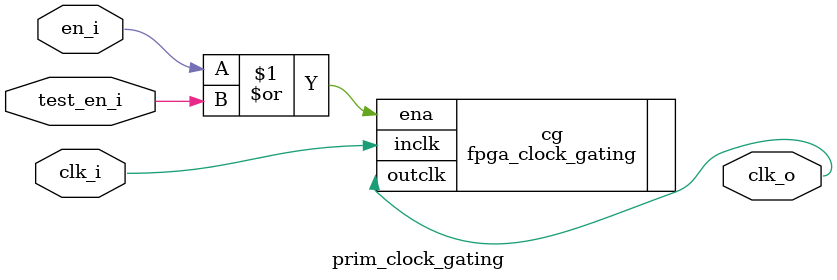
<source format=sv>
/* Clock gating cell */

`default_nettype none

module prim_clock_gating (
    input  wire  clk_i,
    input  wire  en_i,
    input  wire  test_en_i,
    output logic clk_o
);

  fpga_clock_gating cg (
      .inclk (clk_i),
      .ena   (en_i | test_en_i),
      .outclk(clk_o)
  );
endmodule

`resetall

</source>
